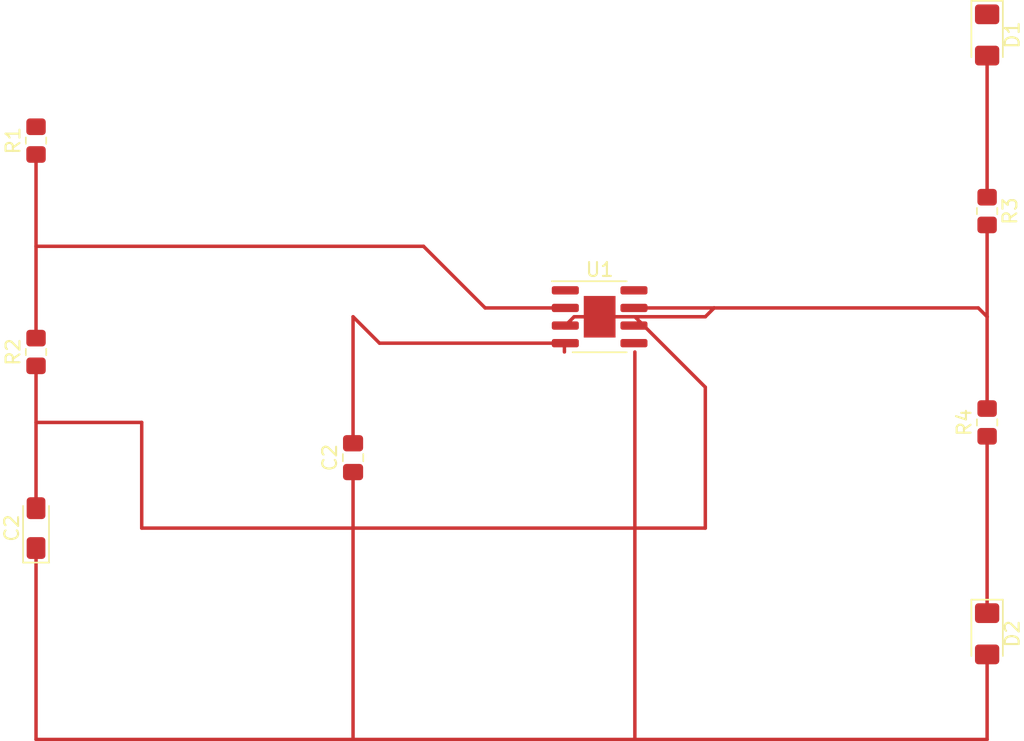
<source format=kicad_pcb>
(kicad_pcb (version 20211014) (generator pcbnew)
  (layers (0 "F.Cu" signal) (31 "B.Cu" signal) (34 "B.Paste" user) (35 "F.Paste" user) (36 "B.SilkS" user "B.Silkscreen") (37 "F.SilkS" user "F.Silkscreen") (38 "B.Mask" user) (39 "F.Mask" user) (44 "Edge.Cuts" user))
  (net 0 "")
  (footprint "Capacitor_Tantalum_SMD:CP_EIA-3216-18_Kemet-A_Pad1.58x1.35mm_HandSolder" (layer "F.Cu") (at 50.8 116.84 90)
    (fp_text reference "C2" (at 0 -1.75 90) (layer "F.SilkS"))
    (fp_text value "10 uF")
    (fp_line (start -2.485 0.935) (end 1.6 0.935) (layer "F.SilkS") (width 0.12))
    (fp_line (start 1.6 -0.935) (end -2.485 -0.935) (layer "F.SilkS") (width 0.12))
    (fp_line (start -2.485 -0.935) (end -2.485 0.935) (layer "F.SilkS") (width 0.12))
    (pad "1" smd roundrect (at -1.4375 0 90) (size 1.575 1.35) (layers "F.Cu" "F.Paste" "F.Mask") (roundrect_rratio 0.185185))
    (pad "2" smd roundrect (at 1.4375 0 90) (size 1.575 1.35) (layers "F.Cu" "F.Paste" "F.Mask") (roundrect_rratio 0.185185))
  )
  (footprint "LED_SMD:LED_1206_3216Metric_Pad1.42x1.75mm_HandSolder" (layer "F.Cu") (at 119.38 124.46 -90)
    (fp_text reference "D2" (at 0 -1.82 90) (layer "F.SilkS"))
    (fp_text value "LED")
    (fp_line (start -2.46 -1.135) (end -2.46 1.135) (layer "F.SilkS") (width 0.12))
    (fp_line (start 1.6 -1.135) (end -2.46 -1.135) (layer "F.SilkS") (width 0.12))
    (fp_line (start -2.46 1.135) (end 1.6 1.135) (layer "F.SilkS") (width 0.12))
    (pad "1" smd roundrect (at -1.4875 0 270) (size 1.425 1.75) (layers "F.Cu" "F.Paste" "F.Mask") (roundrect_rratio 0.175439))
    (pad "2" smd roundrect (at 1.4875 0 270) (size 1.425 1.75) (layers "F.Cu" "F.Paste" "F.Mask") (roundrect_rratio 0.175439))
  )
  (footprint "LED_SMD:LED_1206_3216Metric_Pad1.42x1.75mm_HandSolder" (layer "F.Cu") (at 119.38 81.28 -90)
    (fp_text reference "D1" (at 0 -1.82 90) (layer "F.SilkS"))
    (fp_text value "LED")
    (fp_line (start 1.6 -1.135) (end -2.46 -1.135) (layer "F.SilkS") (width 0.12))
    (fp_line (start -2.46 1.135) (end 1.6 1.135) (layer "F.SilkS") (width 0.12))
    (fp_line (start -2.46 -1.135) (end -2.46 1.135) (layer "F.SilkS") (width 0.12))
    (pad "1" smd roundrect (at -1.4875 0 270) (size 1.425 1.75) (layers "F.Cu" "F.Paste" "F.Mask") (roundrect_rratio 0.175439))
    (pad "2" smd roundrect (at 1.4875 0 270) (size 1.425 1.75) (layers "F.Cu" "F.Paste" "F.Mask") (roundrect_rratio 0.175439))
  )
  (footprint "Package_SO:SOIC-8-1EP_3.9x4.9mm_P1.27mm_EP2.29x3mm" (layer "F.Cu") (at 91.44 101.6)
    (fp_text reference "U1" (at 0 -3.4) (layer "F.SilkS"))
    (fp_text value "")
    (fp_line (start 0 2.56) (end 1.95 2.56) (layer "F.SilkS") (width 0.12))
    (fp_line (start 0 -2.56) (end -3.45 -2.56) (layer "F.SilkS") (width 0.12))
    (fp_line (start 0 2.56) (end -1.95 2.56) (layer "F.SilkS") (width 0.12))
    (fp_line (start 0 -2.56) (end 1.95 -2.56) (layer "F.SilkS") (width 0.12))
    (pad "1" smd roundrect (at -2.475 -1.905) (size 1.95 0.6) (layers "F.Cu" "F.Paste" "F.Mask"))
    (pad "2" smd roundrect (at -2.475 -0.635) (size 1.95 0.6) (layers "F.Cu" "F.Paste" "F.Mask"))
    (pad "3" smd roundrect (at -2.475 0.635) (size 1.95 0.6) (layers "F.Cu" "F.Paste" "F.Mask"))
    (pad "4" smd roundrect (at -2.475 1.905) (size 1.95 0.6) (layers "F.Cu" "F.Paste" "F.Mask"))
    (pad "5" smd roundrect (at 2.475 1.905) (size 1.95 0.6) (layers "F.Cu" "F.Paste" "F.Mask"))
    (pad "6" smd roundrect (at 2.475 0.635) (size 1.95 0.6) (layers "F.Cu" "F.Paste" "F.Mask"))
    (pad "7" smd roundrect (at 2.475 -0.635) (size 1.95 0.6) (layers "F.Cu" "F.Paste" "F.Mask"))
    (pad "8" smd roundrect (at 2.475 -1.905) (size 1.95 0.6) (layers "F.Cu" "F.Paste" "F.Mask"))
    (pad "9" smd rect (at 0 0) (size 2.29 3) (layers "F.Cu" "F.Mask"))
  )
  (footprint "Resistor_SMD:R_0805_2012Metric_Pad1.20x1.40mm_HandSolder" (layer "F.Cu") (at 119.38 93.98 -90)
    (fp_text reference "R3" (at 0 -1.65 90) (layer "F.SilkS"))
    (fp_text value "1k")
    (fp_line (start -0.227064 0.735) (end 0.227064 0.735) (layer "F.SilkS") (width 0.12))
    (fp_line (start -0.227064 -0.735) (end 0.227064 -0.735) (layer "F.SilkS") (width 0.12))
    (pad "1" smd roundrect (at -1 0 270) (size 1.2 1.4) (layers "F.Cu" "F.Paste" "F.Mask") (roundrect_rratio 0.208333))
    (pad "2" smd roundrect (at 1 0 270) (size 1.2 1.4) (layers "F.Cu" "F.Paste" "F.Mask") (roundrect_rratio 0.208333))
  )
  (footprint "Resistor_SMD:R_0805_2012Metric_Pad1.20x1.40mm_HandSolder" (layer "F.Cu") (at 50.8 104.14 90)
    (fp_text reference "R2" (at 0 -1.65 90) (layer "F.SilkS"))
    (fp_text value "10k")
    (fp_line (start -0.227064 0.735) (end 0.227064 0.735) (layer "F.SilkS") (width 0.12))
    (fp_line (start -0.227064 -0.735) (end 0.227064 -0.735) (layer "F.SilkS") (width 0.12))
    (pad "1" smd roundrect (at -1 0 90) (size 1.2 1.4) (layers "F.Cu" "F.Paste" "F.Mask") (roundrect_rratio 0.208333))
    (pad "2" smd roundrect (at 1 0 90) (size 1.2 1.4) (layers "F.Cu" "F.Paste" "F.Mask") (roundrect_rratio 0.208333))
  )
  (footprint "Capacitor_SMD:C_0805_2012Metric_Pad1.18x1.45mm_HandSolder" (layer "F.Cu") (at 73.66 111.76 90)
    (fp_text reference "C2" (at 0 -1.68 90) (layer "F.SilkS"))
    (fp_text value "0.01 uF")
    (fp_line (start -0.261252 -0.735) (end 0.261252 -0.735) (layer "F.SilkS") (width 0.12))
    (fp_line (start -0.261252 0.735) (end 0.261252 0.735) (layer "F.SilkS") (width 0.12))
    (pad "1" smd roundrect (at -1.0375 0 90) (size 1.175 1.45) (layers "F.Cu" "F.Paste" "F.Mask") (roundrect_rratio 0.212766))
    (pad "2" smd roundrect (at 1.0375 0 90) (size 1.175 1.45) (layers "F.Cu" "F.Paste" "F.Mask") (roundrect_rratio 0.212766))
  )
  (footprint "Resistor_SMD:R_0805_2012Metric_Pad1.20x1.40mm_HandSolder" (layer "F.Cu") (at 119.38 109.22 90)
    (fp_text reference "R4" (at 0 -1.65 90) (layer "F.SilkS"))
    (fp_text value "1k")
    (fp_line (start -0.227064 -0.735) (end 0.227064 -0.735) (layer "F.SilkS") (width 0.12))
    (fp_line (start -0.227064 0.735) (end 0.227064 0.735) (layer "F.SilkS") (width 0.12))
    (pad "1" smd roundrect (at -1 0 90) (size 1.2 1.4) (layers "F.Cu" "F.Paste" "F.Mask") (roundrect_rratio 0.208333))
    (pad "2" smd roundrect (at 1 0 90) (size 1.2 1.4) (layers "F.Cu" "F.Paste" "F.Mask") (roundrect_rratio 0.208333))
  )
  (footprint "Resistor_SMD:R_0805_2012Metric_Pad1.20x1.40mm_HandSolder" (layer "F.Cu") (at 50.8 88.9 90)
    (fp_text reference "R1" (at 0 -1.65 90) (layer "F.SilkS"))
    (fp_text value "1k")
    (fp_line (start -0.227064 -0.735) (end 0.227064 -0.735) (layer "F.SilkS") (width 0.12))
    (fp_line (start -0.227064 0.735) (end 0.227064 0.735) (layer "F.SilkS") (width 0.12))
    (pad "1" smd roundrect (at -1 0 90) (size 1.2 1.4) (layers "F.Cu" "F.Paste" "F.Mask") (roundrect_rratio 0.208333))
    (pad "2" smd roundrect (at 1 0 90) (size 1.2 1.4) (layers "F.Cu" "F.Paste" "F.Mask") (roundrect_rratio 0.208333))
  )
  (segment (start 119.38 82.7675) (end 119.38 92.98) (width 0.25) (layer "F.Cu") (net 0))
  (segment (start 50.8 132.08) (end 50.8 118.2775) (width 0.25) (layer "F.Cu") (net 0))
  (segment (start 93.915 100.965) (end 99.695 100.965) (width 0.25) (layer "F.Cu") (net 0))
  (segment (start 73.66 132.08) (end 50.8 132.08) (width 0.25) (layer "F.Cu") (net 0))
  (segment (start 83.185 100.965) (end 78.74 96.52) (width 0.25) (layer "F.Cu") (net 0))
  (segment (start 88.965 102.235) (end 89.6 101.6) (width 0.25) (layer "F.Cu") (net 0))
  (segment (start 119.38 125.9475) (end 119.38 132.08) (width 0.25) (layer "F.Cu") (net 0))
  (segment (start 93.98 104.14) (end 93.98 132.08) (width 0.25) (layer "F.Cu") (net 0))
  (segment (start 93.98 101.6) (end 99.06 106.68) (width 0.25) (layer "F.Cu") (net 0))
  (segment (start 88.9 103.57) (end 88.965 103.505) (width 0.25) (layer "F.Cu") (net 0))
  (segment (start 99.695 100.965) (end 118.745 100.965) (width 0.25) (layer "F.Cu") (net 0))
  (segment (start 99.06 101.6) (end 99.695 100.965) (width 0.25) (layer "F.Cu") (net 0))
  (segment (start 119.38 101.6) (end 119.38 108.22) (width 0.25) (layer "F.Cu") (net 0))
  (segment (start 119.38 110.22) (end 119.38 122.9725) (width 0.25) (layer "F.Cu") (net 0))
  (segment (start 50.8 115.4025) (end 50.8 105.14) (width 0.25) (layer "F.Cu") (net 0))
  (segment (start 50.8 103.14) (end 50.8 89.9) (width 0.25) (layer "F.Cu") (net 0))
  (segment (start 89.6 101.6) (end 99.06 101.6) (width 0.25) (layer "F.Cu") (net 0))
  (segment (start 99.06 116.84) (end 58.42 116.84) (width 0.25) (layer "F.Cu") (net 0))
  (segment (start 75.565 103.505) (end 73.66 101.6) (width 0.25) (layer "F.Cu") (net 0))
  (segment (start 58.42 116.84) (end 58.42 109.22) (width 0.25) (layer "F.Cu") (net 0))
  (segment (start 73.66 101.6) (end 73.66 110.7225) (width 0.25) (layer "F.Cu") (net 0))
  (segment (start 119.38 132.08) (end 73.66 132.08) (width 0.25) (layer "F.Cu") (net 0))
  (segment (start 88.965 100.965) (end 83.185 100.965) (width 0.25) (layer "F.Cu") (net 0))
  (segment (start 99.06 106.68) (end 99.06 116.84) (width 0.25) (layer "F.Cu") (net 0))
  (segment (start 73.66 112.7975) (end 73.66 132.08) (width 0.25) (layer "F.Cu") (net 0))
  (segment (start 88.965 103.505) (end 75.565 103.505) (width 0.25) (layer "F.Cu") (net 0))
  (segment (start 88.9 104.14) (end 88.9 103.57) (width 0.25) (layer "F.Cu") (net 0))
  (segment (start 119.38 94.98) (end 119.38 101.6) (width 0.25) (layer "F.Cu") (net 0))
  (segment (start 78.74 96.52) (end 50.8 96.52) (width 0.25) (layer "F.Cu") (net 0))
  (segment (start 58.42 109.22) (end 50.8 109.22) (width 0.25) (layer "F.Cu") (net 0))
  (segment (start 118.745 100.965) (end 119.38 101.6) (width 0.25) (layer "F.Cu") (net 0))
)
</source>
